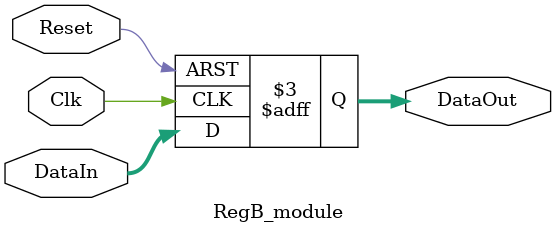
<source format=v>
module RegB_module (
    input[7:0] DataIn, input Clk, Reset,
    output reg[7:0] DataOut
);
    initial begin
        DataOut = 8'b1;
    end
    
    always @(posedge Clk or posedge Reset) begin
        if (Reset) begin
            DataOut[7:0] = 8'b1;
        end
        else begin
            DataOut[7:0] = DataIn[7:0];
        end
    end
endmodule

</source>
